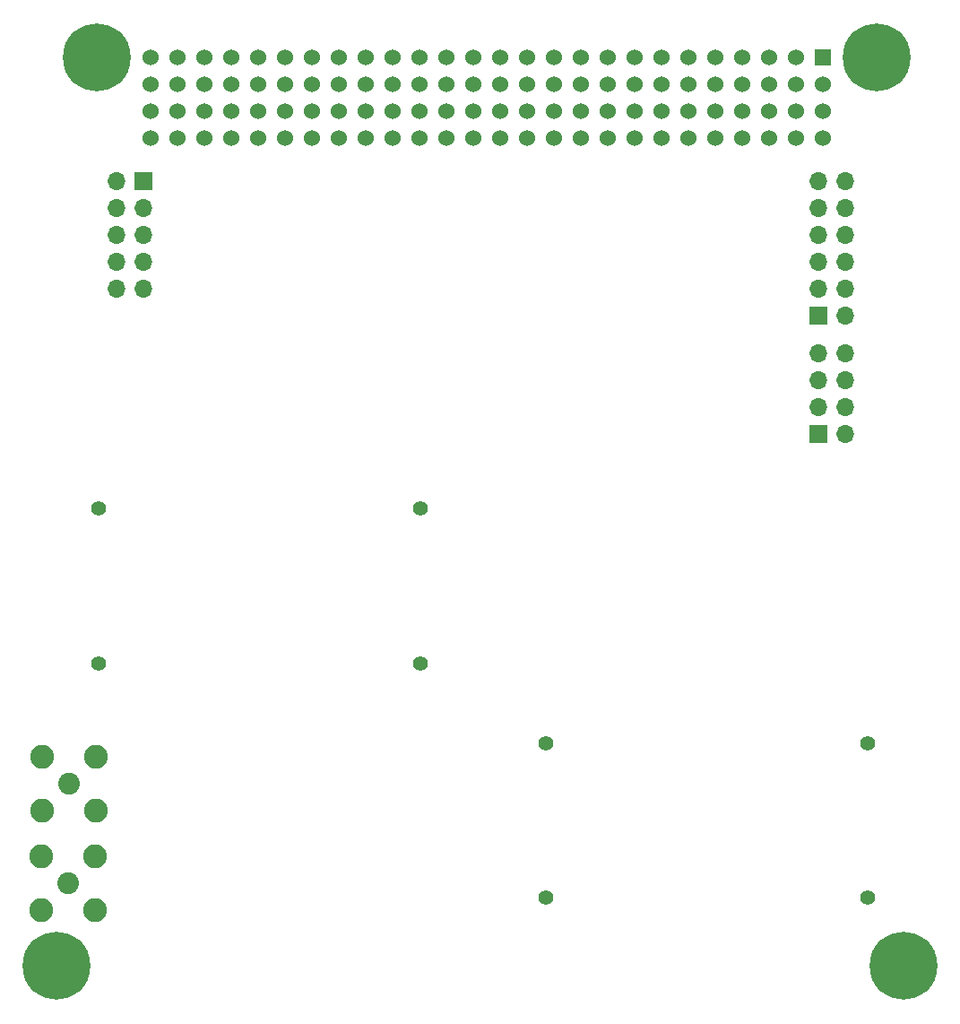
<source format=gbs>
G04 #@! TF.GenerationSoftware,KiCad,Pcbnew,(6.0.7-1)-1*
G04 #@! TF.CreationDate,2023-01-03T11:55:49-05:00*
G04 #@! TF.ProjectId,comm-rfb,636f6d6d-2d72-4666-922e-6b696361645f,rev?*
G04 #@! TF.SameCoordinates,Original*
G04 #@! TF.FileFunction,Soldermask,Bot*
G04 #@! TF.FilePolarity,Negative*
%FSLAX46Y46*%
G04 Gerber Fmt 4.6, Leading zero omitted, Abs format (unit mm)*
G04 Created by KiCad (PCBNEW (6.0.7-1)-1) date 2023-01-03 11:55:49*
%MOMM*%
%LPD*%
G01*
G04 APERTURE LIST*
%ADD10C,6.400000*%
%ADD11C,3.600000*%
%ADD12C,1.420000*%
%ADD13C,2.050000*%
%ADD14C,2.250000*%
%ADD15R,1.524000X1.524000*%
%ADD16C,1.524000*%
%ADD17R,1.700000X1.700000*%
%ADD18O,1.700000X1.700000*%
G04 APERTURE END LIST*
D10*
X191770000Y-52070000D03*
D11*
X191770000Y-52070000D03*
D12*
X160489400Y-116774000D03*
X160489400Y-131384000D03*
D11*
X118110000Y-52070000D03*
D10*
X118110000Y-52070000D03*
X114300000Y-137795000D03*
D11*
X114300000Y-137795000D03*
D13*
X115366800Y-130048000D03*
D14*
X117906800Y-127508000D03*
X117906800Y-132588000D03*
X112826800Y-127508000D03*
X112826800Y-132588000D03*
D13*
X115417600Y-120650000D03*
D14*
X117957600Y-118110000D03*
X112877600Y-118110000D03*
X117957600Y-123190000D03*
X112877600Y-123190000D03*
D15*
X186690000Y-52070000D03*
D16*
X186690000Y-54610000D03*
X184150000Y-52070000D03*
X184150000Y-54610000D03*
X181610000Y-52070000D03*
X181610000Y-54610000D03*
X179070000Y-52070000D03*
X179070000Y-54610000D03*
X176530000Y-52070000D03*
X176530000Y-54610000D03*
X173990000Y-52070000D03*
X173990000Y-54610000D03*
X171450000Y-52070000D03*
X171450000Y-54610000D03*
X168910000Y-52070000D03*
X168910000Y-54610000D03*
X166370000Y-52070000D03*
X166370000Y-54610000D03*
X163830000Y-52070000D03*
X163830000Y-54610000D03*
X161290000Y-52070000D03*
X161290000Y-54610000D03*
X158750000Y-52070000D03*
X158750000Y-54610000D03*
X156210000Y-52070000D03*
X156210000Y-54610000D03*
X153670000Y-52070000D03*
X153670000Y-54610000D03*
X151130000Y-52070000D03*
X151130000Y-54610000D03*
X148590000Y-52070000D03*
X148590000Y-54610000D03*
X146050000Y-52070000D03*
X146050000Y-54610000D03*
X143510000Y-52070000D03*
X143510000Y-54610000D03*
X140970000Y-52070000D03*
X140970000Y-54610000D03*
X138430000Y-52070000D03*
X138430000Y-54610000D03*
X135890000Y-52070000D03*
X135890000Y-54610000D03*
X133350000Y-52070000D03*
X133350000Y-54610000D03*
X130810000Y-52070000D03*
X130810000Y-54610000D03*
X128270000Y-52070000D03*
X128270000Y-54610000D03*
X125730000Y-52070000D03*
X125730000Y-54610000D03*
X123190000Y-52070000D03*
X123190000Y-54610000D03*
X186690000Y-57150000D03*
X186690000Y-59690000D03*
X184150000Y-57150000D03*
X184150000Y-59690000D03*
X181610000Y-57150000D03*
X181610000Y-59690000D03*
X179070000Y-57150000D03*
X179070000Y-59690000D03*
X176530000Y-57150000D03*
X176530000Y-59690000D03*
X173990000Y-57150000D03*
X173990000Y-59690000D03*
X171450000Y-57150000D03*
X171450000Y-59690000D03*
X168910000Y-57150000D03*
X168910000Y-59690000D03*
X166370000Y-57150000D03*
X166370000Y-59690000D03*
X163830000Y-57150000D03*
X163830000Y-59690000D03*
X161290000Y-57150000D03*
X161290000Y-59690000D03*
X158750000Y-57150000D03*
X158750000Y-59690000D03*
X156210000Y-57150000D03*
X156210000Y-59690000D03*
X153670000Y-57150000D03*
X153670000Y-59690000D03*
X151130000Y-57150000D03*
X151130000Y-59690000D03*
X148590000Y-57150000D03*
X148590000Y-59690000D03*
X146050000Y-57150000D03*
X146050000Y-59690000D03*
X143510000Y-57150000D03*
X143510000Y-59690000D03*
X140970000Y-57150000D03*
X140970000Y-59690000D03*
X138430000Y-57150000D03*
X138430000Y-59690000D03*
X135890000Y-57150000D03*
X135890000Y-59690000D03*
X133350000Y-57150000D03*
X133350000Y-59690000D03*
X130810000Y-57150000D03*
X130810000Y-59690000D03*
X128270000Y-57150000D03*
X128270000Y-59690000D03*
X125730000Y-57150000D03*
X125730000Y-59690000D03*
X123190000Y-57150000D03*
X123190000Y-59690000D03*
D12*
X118211600Y-109260600D03*
X118211600Y-94650600D03*
D17*
X186232800Y-87620000D03*
D18*
X188772800Y-87620000D03*
X186232800Y-85080000D03*
X188772800Y-85080000D03*
X186232800Y-82540000D03*
X188772800Y-82540000D03*
X186232800Y-80000000D03*
X188772800Y-80000000D03*
D12*
X148615400Y-94650600D03*
X148615400Y-109260600D03*
D11*
X194310000Y-137795000D03*
D10*
X194310000Y-137795000D03*
D17*
X122465000Y-63734000D03*
D18*
X119925000Y-63734000D03*
X122465000Y-66274000D03*
X119925000Y-66274000D03*
X122465000Y-68814000D03*
X119925000Y-68814000D03*
X122465000Y-71354000D03*
X119925000Y-71354000D03*
X122465000Y-73894000D03*
X119925000Y-73894000D03*
D17*
X186272000Y-76378200D03*
D18*
X188812000Y-76378200D03*
X186272000Y-73838200D03*
X188812000Y-73838200D03*
X186272000Y-71298200D03*
X188812000Y-71298200D03*
X186272000Y-68758200D03*
X188812000Y-68758200D03*
X186272000Y-66218200D03*
X188812000Y-66218200D03*
X186272000Y-63678200D03*
X188812000Y-63678200D03*
D12*
X190890000Y-116774000D03*
X190890000Y-131384000D03*
M02*

</source>
